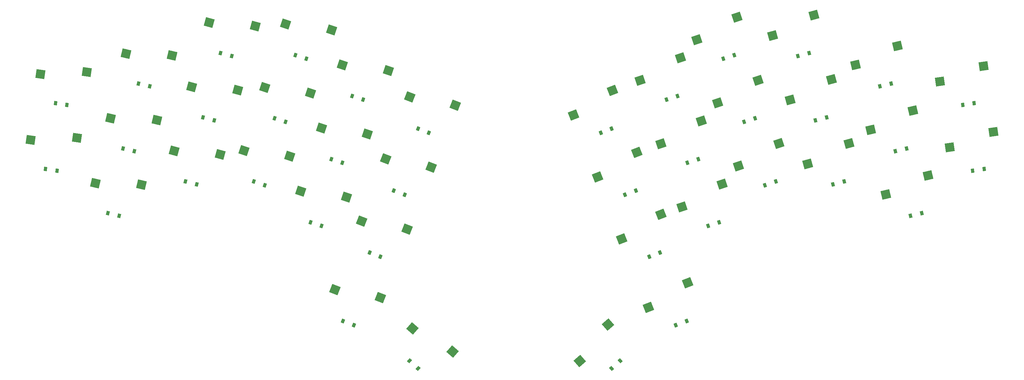
<source format=gbr>
%TF.GenerationSoftware,KiCad,Pcbnew,8.0.2-1*%
%TF.CreationDate,2024-07-02T10:22:07-04:00*%
%TF.ProjectId,thesplit,74686573-706c-4697-942e-6b696361645f,rev?*%
%TF.SameCoordinates,Original*%
%TF.FileFunction,Paste,Bot*%
%TF.FilePolarity,Positive*%
%FSLAX46Y46*%
G04 Gerber Fmt 4.6, Leading zero omitted, Abs format (unit mm)*
G04 Created by KiCad (PCBNEW 8.0.2-1) date 2024-07-02 10:22:07*
%MOMM*%
%LPD*%
G01*
G04 APERTURE LIST*
G04 Aperture macros list*
%AMRotRect*
0 Rectangle, with rotation*
0 The origin of the aperture is its center*
0 $1 length*
0 $2 width*
0 $3 Rotation angle, in degrees counterclockwise*
0 Add horizontal line*
21,1,$1,$2,0,0,$3*%
G04 Aperture macros list end*
%ADD10RotRect,2.550000X2.500000X351.500000*%
%ADD11RotRect,2.550000X2.500000X346.750000*%
%ADD12RotRect,2.550000X2.500000X344.750000*%
%ADD13RotRect,2.550000X2.500000X341.750000*%
%ADD14RotRect,2.550000X2.500000X338.750000*%
%ADD15RotRect,2.550000X2.500000X318.750000*%
%ADD16RotRect,2.550000X2.500000X8.500000*%
%ADD17RotRect,2.550000X2.500000X13.250000*%
%ADD18RotRect,2.550000X2.500000X15.250000*%
%ADD19RotRect,2.550000X2.500000X18.250000*%
%ADD20RotRect,2.550000X2.500000X21.250000*%
%ADD21RotRect,2.550000X2.500000X41.250000*%
%ADD22RotRect,0.900000X1.200000X351.500000*%
%ADD23RotRect,0.900000X1.200000X346.750000*%
%ADD24RotRect,0.900000X1.200000X344.750000*%
%ADD25RotRect,0.900000X1.200000X341.750000*%
%ADD26RotRect,0.900000X1.200000X338.750000*%
%ADD27RotRect,0.900000X1.200000X318.750000*%
%ADD28RotRect,0.900000X1.200000X8.500000*%
%ADD29RotRect,0.900000X1.200000X13.250000*%
%ADD30RotRect,0.900000X1.200000X15.250000*%
%ADD31RotRect,0.900000X1.200000X18.250000*%
%ADD32RotRect,0.900000X1.200000X21.250000*%
%ADD33RotRect,0.900000X1.200000X41.250000*%
G04 APERTURE END LIST*
D10*
%TO.C,S1*%
X217442743Y-201947851D03*
X204282298Y-202549221D03*
%TD*%
%TO.C,S2*%
X220251109Y-183156549D03*
X207090664Y-183757919D03*
%TD*%
D11*
%TO.C,S3*%
X235872041Y-215351516D03*
X222706999Y-214861021D03*
%TD*%
%TO.C,S4*%
X240226856Y-196857305D03*
X227061814Y-196366810D03*
%TD*%
%TO.C,S5*%
X244581650Y-178363103D03*
X231416608Y-177872608D03*
%TD*%
D12*
%TO.C,S6*%
X258293703Y-206646173D03*
X245153795Y-205696524D03*
%TD*%
%TO.C,S7*%
X263291309Y-188315210D03*
X250151401Y-187365561D03*
%TD*%
%TO.C,S8*%
X268288901Y-169984243D03*
X255148993Y-169034594D03*
%TD*%
D13*
%TO.C,S9*%
X278106356Y-207189335D03*
X265034166Y-205553311D03*
%TD*%
%TO.C,S10*%
X284056462Y-189145051D03*
X270984272Y-187509027D03*
%TD*%
%TO.C,S11*%
X290006579Y-171100766D03*
X276934389Y-169464742D03*
%TD*%
%TO.C,S12*%
X294271660Y-218837632D03*
X281199470Y-217201608D03*
%TD*%
%TO.C,S13*%
X300221763Y-200793367D03*
X287149573Y-199157343D03*
%TD*%
%TO.C,S14*%
X306171869Y-182749080D03*
X293099679Y-181113056D03*
%TD*%
D14*
%TO.C,S15*%
X311523407Y-228014577D03*
X298554750Y-225696639D03*
%TD*%
%TO.C,S16*%
X318409728Y-210306458D03*
X305441071Y-207988520D03*
%TD*%
%TO.C,S18*%
X303912214Y-247586756D03*
X290943557Y-245268818D03*
%TD*%
D15*
%TO.C,S19*%
X324495318Y-262957910D03*
X313101548Y-256344218D03*
%TD*%
D16*
%TO.C,S20*%
X478587794Y-200220840D03*
X466178224Y-204643674D03*
%TD*%
%TO.C,S21*%
X475779423Y-181429546D03*
X463369853Y-185852380D03*
%TD*%
D17*
%TO.C,S22*%
X459975785Y-212673521D03*
X447975082Y-218108783D03*
%TD*%
%TO.C,S23*%
X455620978Y-194179326D03*
X443620275Y-199614588D03*
%TD*%
%TO.C,S24*%
X451266162Y-175685112D03*
X439265459Y-181120374D03*
%TD*%
D18*
%TO.C,S25*%
X437453713Y-203572908D03*
X425650007Y-209423668D03*
%TD*%
%TO.C,S26*%
X432456139Y-185241955D03*
X420652433Y-191092715D03*
%TD*%
%TO.C,S27*%
X427458546Y-166910991D03*
X415654840Y-172761751D03*
%TD*%
D19*
%TO.C,S28*%
X417464805Y-203530339D03*
X405983474Y-209990850D03*
%TD*%
%TO.C,S29*%
X411514679Y-185486038D03*
X400033348Y-191946549D03*
%TD*%
%TO.C,S30*%
X405564571Y-167441763D03*
X394083240Y-173902274D03*
%TD*%
%TO.C,S31*%
X401299505Y-215178648D03*
X389818174Y-221639159D03*
%TD*%
%TO.C,S32*%
X395349373Y-197134351D03*
X383868042Y-203594862D03*
%TD*%
%TO.C,S33*%
X389399275Y-179090074D03*
X377917944Y-185550585D03*
%TD*%
D20*
%TO.C,S34*%
X383841023Y-223779853D03*
X372713550Y-230832392D03*
%TD*%
%TO.C,S35*%
X376954721Y-206071712D03*
X365827248Y-213124251D03*
%TD*%
%TO.C,S36*%
X370068378Y-188363564D03*
X358940905Y-195416103D03*
%TD*%
%TO.C,S37*%
X391452215Y-243352025D03*
X380324742Y-250404564D03*
%TD*%
D21*
%TO.C,S38*%
X368764047Y-255254105D03*
X360719750Y-265687147D03*
%TD*%
D22*
%TO.C,D1*%
X208543115Y-210809744D03*
X211806871Y-211297514D03*
%TD*%
%TO.C,D2*%
X211351468Y-192018436D03*
X214615224Y-192506206D03*
%TD*%
D23*
%TO.C,D3*%
X226269152Y-223445986D03*
X229481306Y-224202354D03*
%TD*%
%TO.C,D4*%
X230623950Y-204951791D03*
X233836104Y-205708159D03*
%TD*%
%TO.C,D5*%
X234978757Y-186457582D03*
X238190911Y-187213950D03*
%TD*%
D24*
%TO.C,D6*%
X248414163Y-214400596D03*
X251597957Y-215268600D03*
%TD*%
%TO.C,D7*%
X253411742Y-196069637D03*
X256595536Y-196937641D03*
%TD*%
%TO.C,D8*%
X258409370Y-177738669D03*
X261593164Y-178606673D03*
%TD*%
D25*
%TO.C,D9*%
X267834528Y-214416090D03*
X270968522Y-215449530D03*
%TD*%
%TO.C,D10*%
X273784650Y-196371790D03*
X276918644Y-197405230D03*
%TD*%
%TO.C,D11*%
X279734741Y-178327521D03*
X282868735Y-179360961D03*
%TD*%
%TO.C,D12*%
X283999833Y-226064396D03*
X287133827Y-227097836D03*
%TD*%
%TO.C,D13*%
X289949939Y-208020114D03*
X293083933Y-209053554D03*
%TD*%
%TO.C,D14*%
X295900050Y-189975823D03*
X299034044Y-191009263D03*
%TD*%
D26*
%TO.C,D15*%
X300887418Y-234693845D03*
X303963046Y-235889893D03*
%TD*%
%TO.C,D16*%
X307773763Y-216985694D03*
X310849391Y-218181742D03*
%TD*%
%TO.C,D17*%
X314660058Y-199277543D03*
X317735686Y-200473591D03*
%TD*%
%TO.C,D18*%
X293276235Y-254266008D03*
X296351863Y-255462056D03*
%TD*%
D27*
%TO.C,D19*%
X312216318Y-265596658D03*
X314697384Y-267772496D03*
%TD*%
D28*
%TO.C,D20*%
X472668000Y-211297504D03*
X475931754Y-210809736D03*
%TD*%
%TO.C,D21*%
X469859625Y-192506212D03*
X473123379Y-192018444D03*
%TD*%
D29*
%TO.C,D22*%
X454993537Y-224202364D03*
X458205697Y-223445998D03*
%TD*%
%TO.C,D23*%
X450638745Y-205708140D03*
X453850905Y-204951774D03*
%TD*%
%TO.C,D24*%
X446283933Y-187213951D03*
X449496093Y-186457585D03*
%TD*%
D30*
%TO.C,D25*%
X432876908Y-215268591D03*
X436060702Y-214400587D03*
%TD*%
%TO.C,D26*%
X427879303Y-196937629D03*
X431063097Y-196069625D03*
%TD*%
%TO.C,D27*%
X422881715Y-178606684D03*
X426065509Y-177738680D03*
%TD*%
D31*
%TO.C,D28*%
X413506350Y-215449516D03*
X416640346Y-214416080D03*
%TD*%
%TO.C,D29*%
X407556236Y-197405241D03*
X410690232Y-196371805D03*
%TD*%
%TO.C,D30*%
X401606116Y-179360964D03*
X404740112Y-178327528D03*
%TD*%
%TO.C,D31*%
X397341034Y-227097819D03*
X400475030Y-226064383D03*
%TD*%
%TO.C,D32*%
X391390925Y-209053548D03*
X394524921Y-208020112D03*
%TD*%
%TO.C,D33*%
X385440824Y-191009261D03*
X388574820Y-189975825D03*
%TD*%
D32*
%TO.C,D34*%
X380511804Y-235889875D03*
X383587434Y-234693827D03*
%TD*%
%TO.C,D35*%
X373625482Y-218181749D03*
X376701112Y-216985701D03*
%TD*%
%TO.C,D36*%
X366739160Y-200473584D03*
X369814790Y-199277536D03*
%TD*%
%TO.C,D37*%
X388123013Y-255462048D03*
X391198643Y-254266000D03*
%TD*%
D33*
%TO.C,D38*%
X369777460Y-267772485D03*
X372258526Y-265596651D03*
%TD*%
D14*
%TO.C,S17*%
X325296065Y-192598277D03*
X312327408Y-190280339D03*
%TD*%
M02*

</source>
